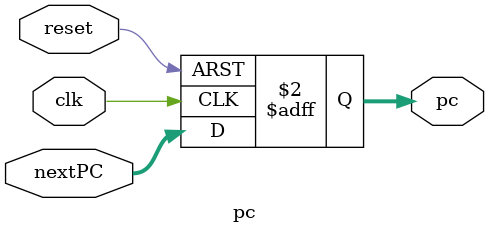
<source format=v>
module pc (
    input wire clk,          // Sinal de clock
    input wire reset,        // Reset assíncrono
    input wire [31:0] nextPC, // Próximo valor do PC
    output reg [31:0] pc     // Valor atual do PC
);

    always @(posedge clk or posedge reset) begin
        if (reset) 
            pc <= 32'b0; // Reinicia o PC para 0 no reset
        else 
            pc <= nextPC; // Atualiza o PC com o próximo valor
    end

endmodule

</source>
